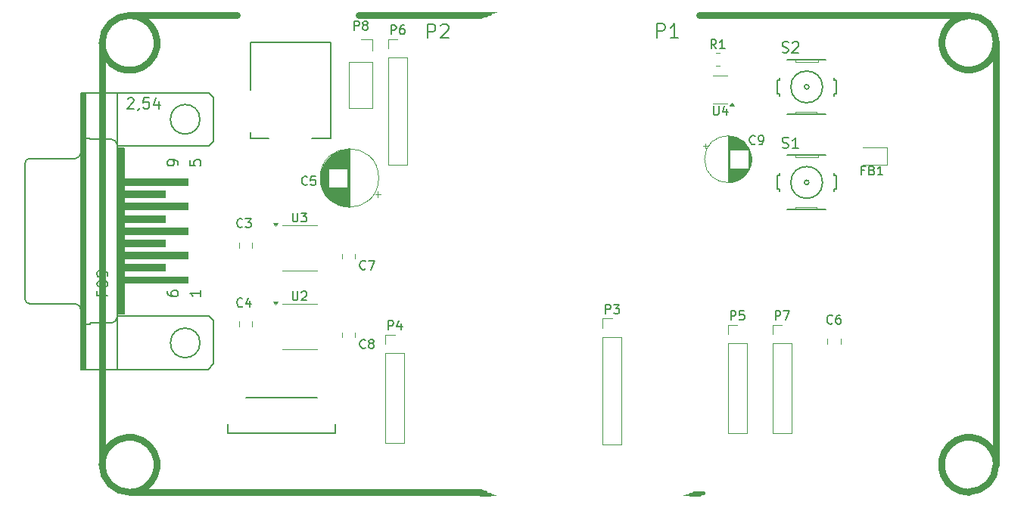
<source format=gbr>
%TF.GenerationSoftware,KiCad,Pcbnew,9.0.0*%
%TF.CreationDate,2025-04-09T14:41:31-04:00*%
%TF.ProjectId,PocketBeagle2_cape,506f636b-6574-4426-9561-676c65325f63,rev?*%
%TF.SameCoordinates,Original*%
%TF.FileFunction,Legend,Top*%
%TF.FilePolarity,Positive*%
%FSLAX46Y46*%
G04 Gerber Fmt 4.6, Leading zero omitted, Abs format (unit mm)*
G04 Created by KiCad (PCBNEW 9.0.0) date 2025-04-09 14:41:31*
%MOMM*%
%LPD*%
G01*
G04 APERTURE LIST*
%ADD10C,0.100000*%
%ADD11C,0.800000*%
%ADD12C,0.400000*%
%ADD13C,0.200000*%
%ADD14C,0.150000*%
%ADD15C,0.127000*%
%ADD16C,0.198120*%
%ADD17C,0.120000*%
%ADD18C,0.152400*%
%ADD19C,0.000000*%
%ADD20C,0.203200*%
%ADD21C,0.050800*%
G04 APERTURE END LIST*
D10*
X159251100Y-132058600D02*
X158981100Y-132058600D01*
D11*
X190901100Y-78298600D02*
X160751100Y-78298600D01*
D12*
X159741100Y-131908600D02*
X160721100Y-131908600D01*
D11*
X97001100Y-78298600D02*
G75*
G02*
X93921100Y-81378600I0J-3080000D01*
G01*
D12*
X160171100Y-131738600D02*
X161151100Y-131738600D01*
X135811100Y-131718600D02*
X136791100Y-131718600D01*
D11*
X193921100Y-81378600D02*
G75*
G02*
X190901100Y-78358600I-3020000J0D01*
G01*
D12*
X135791100Y-78268600D02*
X136851100Y-78268600D01*
D13*
X159821100Y-132008600D02*
X159191100Y-132008600D01*
D12*
X136191100Y-78098600D02*
X137251100Y-78098600D01*
D13*
X137261100Y-77998600D02*
X137811100Y-77998600D01*
D11*
X93921100Y-128628600D02*
G75*
G02*
X97001100Y-131708600I3080000J0D01*
G01*
X109041100Y-78298600D02*
X97001100Y-78298600D01*
D10*
X137781100Y-132058600D02*
X138001100Y-132058600D01*
D11*
X190901100Y-131708600D02*
X190901100Y-131708600D01*
X193921100Y-128628600D02*
X193921100Y-81378600D01*
D10*
X137771100Y-77948600D02*
X138021100Y-77948600D01*
D11*
X93921100Y-81378600D02*
G75*
G02*
X97001100Y-78298600I3080000J0D01*
G01*
X93921100Y-81378600D02*
X93921100Y-128628600D01*
D12*
X136271100Y-131908600D02*
X137251100Y-131908600D01*
D11*
X190901100Y-78298600D02*
G75*
G02*
X193981100Y-81378600I0J-3080000D01*
G01*
X190901100Y-131708600D02*
G75*
G02*
X193981100Y-128628600I0J3080000D01*
G01*
D13*
X137201100Y-132008600D02*
X137811100Y-132008600D01*
D11*
X136251100Y-78298600D02*
X122651100Y-78298600D01*
X193921100Y-128628600D02*
G75*
G02*
X190901100Y-131648600I-3020000J0D01*
G01*
X97001100Y-131708600D02*
X136251100Y-131708600D01*
X97001100Y-131708600D02*
G75*
G02*
X93921100Y-128628600I0J3080000D01*
G01*
D14*
X175633333Y-112759580D02*
X175585714Y-112807200D01*
X175585714Y-112807200D02*
X175442857Y-112854819D01*
X175442857Y-112854819D02*
X175347619Y-112854819D01*
X175347619Y-112854819D02*
X175204762Y-112807200D01*
X175204762Y-112807200D02*
X175109524Y-112711961D01*
X175109524Y-112711961D02*
X175061905Y-112616723D01*
X175061905Y-112616723D02*
X175014286Y-112426247D01*
X175014286Y-112426247D02*
X175014286Y-112283390D01*
X175014286Y-112283390D02*
X175061905Y-112092914D01*
X175061905Y-112092914D02*
X175109524Y-111997676D01*
X175109524Y-111997676D02*
X175204762Y-111902438D01*
X175204762Y-111902438D02*
X175347619Y-111854819D01*
X175347619Y-111854819D02*
X175442857Y-111854819D01*
X175442857Y-111854819D02*
X175585714Y-111902438D01*
X175585714Y-111902438D02*
X175633333Y-111950057D01*
X176490476Y-111854819D02*
X176300000Y-111854819D01*
X176300000Y-111854819D02*
X176204762Y-111902438D01*
X176204762Y-111902438D02*
X176157143Y-111950057D01*
X176157143Y-111950057D02*
X176061905Y-112092914D01*
X176061905Y-112092914D02*
X176014286Y-112283390D01*
X176014286Y-112283390D02*
X176014286Y-112664342D01*
X176014286Y-112664342D02*
X176061905Y-112759580D01*
X176061905Y-112759580D02*
X176109524Y-112807200D01*
X176109524Y-112807200D02*
X176204762Y-112854819D01*
X176204762Y-112854819D02*
X176395238Y-112854819D01*
X176395238Y-112854819D02*
X176490476Y-112807200D01*
X176490476Y-112807200D02*
X176538095Y-112759580D01*
X176538095Y-112759580D02*
X176585714Y-112664342D01*
X176585714Y-112664342D02*
X176585714Y-112426247D01*
X176585714Y-112426247D02*
X176538095Y-112331009D01*
X176538095Y-112331009D02*
X176490476Y-112283390D01*
X176490476Y-112283390D02*
X176395238Y-112235771D01*
X176395238Y-112235771D02*
X176204762Y-112235771D01*
X176204762Y-112235771D02*
X176109524Y-112283390D01*
X176109524Y-112283390D02*
X176061905Y-112331009D01*
X176061905Y-112331009D02*
X176014286Y-112426247D01*
X122136905Y-79959819D02*
X122136905Y-78959819D01*
X122136905Y-78959819D02*
X122517857Y-78959819D01*
X122517857Y-78959819D02*
X122613095Y-79007438D01*
X122613095Y-79007438D02*
X122660714Y-79055057D01*
X122660714Y-79055057D02*
X122708333Y-79150295D01*
X122708333Y-79150295D02*
X122708333Y-79293152D01*
X122708333Y-79293152D02*
X122660714Y-79388390D01*
X122660714Y-79388390D02*
X122613095Y-79436009D01*
X122613095Y-79436009D02*
X122517857Y-79483628D01*
X122517857Y-79483628D02*
X122136905Y-79483628D01*
X123279762Y-79388390D02*
X123184524Y-79340771D01*
X123184524Y-79340771D02*
X123136905Y-79293152D01*
X123136905Y-79293152D02*
X123089286Y-79197914D01*
X123089286Y-79197914D02*
X123089286Y-79150295D01*
X123089286Y-79150295D02*
X123136905Y-79055057D01*
X123136905Y-79055057D02*
X123184524Y-79007438D01*
X123184524Y-79007438D02*
X123279762Y-78959819D01*
X123279762Y-78959819D02*
X123470238Y-78959819D01*
X123470238Y-78959819D02*
X123565476Y-79007438D01*
X123565476Y-79007438D02*
X123613095Y-79055057D01*
X123613095Y-79055057D02*
X123660714Y-79150295D01*
X123660714Y-79150295D02*
X123660714Y-79197914D01*
X123660714Y-79197914D02*
X123613095Y-79293152D01*
X123613095Y-79293152D02*
X123565476Y-79340771D01*
X123565476Y-79340771D02*
X123470238Y-79388390D01*
X123470238Y-79388390D02*
X123279762Y-79388390D01*
X123279762Y-79388390D02*
X123184524Y-79436009D01*
X123184524Y-79436009D02*
X123136905Y-79483628D01*
X123136905Y-79483628D02*
X123089286Y-79578866D01*
X123089286Y-79578866D02*
X123089286Y-79769342D01*
X123089286Y-79769342D02*
X123136905Y-79864580D01*
X123136905Y-79864580D02*
X123184524Y-79912200D01*
X123184524Y-79912200D02*
X123279762Y-79959819D01*
X123279762Y-79959819D02*
X123470238Y-79959819D01*
X123470238Y-79959819D02*
X123565476Y-79912200D01*
X123565476Y-79912200D02*
X123613095Y-79864580D01*
X123613095Y-79864580D02*
X123660714Y-79769342D01*
X123660714Y-79769342D02*
X123660714Y-79578866D01*
X123660714Y-79578866D02*
X123613095Y-79483628D01*
X123613095Y-79483628D02*
X123565476Y-79436009D01*
X123565476Y-79436009D02*
X123470238Y-79388390D01*
X115238095Y-109204819D02*
X115238095Y-110014342D01*
X115238095Y-110014342D02*
X115285714Y-110109580D01*
X115285714Y-110109580D02*
X115333333Y-110157200D01*
X115333333Y-110157200D02*
X115428571Y-110204819D01*
X115428571Y-110204819D02*
X115619047Y-110204819D01*
X115619047Y-110204819D02*
X115714285Y-110157200D01*
X115714285Y-110157200D02*
X115761904Y-110109580D01*
X115761904Y-110109580D02*
X115809523Y-110014342D01*
X115809523Y-110014342D02*
X115809523Y-109204819D01*
X116238095Y-109300057D02*
X116285714Y-109252438D01*
X116285714Y-109252438D02*
X116380952Y-109204819D01*
X116380952Y-109204819D02*
X116619047Y-109204819D01*
X116619047Y-109204819D02*
X116714285Y-109252438D01*
X116714285Y-109252438D02*
X116761904Y-109300057D01*
X116761904Y-109300057D02*
X116809523Y-109395295D01*
X116809523Y-109395295D02*
X116809523Y-109490533D01*
X116809523Y-109490533D02*
X116761904Y-109633390D01*
X116761904Y-109633390D02*
X116190476Y-110204819D01*
X116190476Y-110204819D02*
X116809523Y-110204819D01*
D15*
X104971843Y-109067209D02*
X104971843Y-109756638D01*
X104971843Y-109411924D02*
X103765343Y-109411924D01*
X103765343Y-109411924D02*
X103937700Y-109526828D01*
X103937700Y-109526828D02*
X104052605Y-109641733D01*
X104052605Y-109641733D02*
X104110057Y-109756638D01*
X93925867Y-109297019D02*
X93925867Y-109699186D01*
X94557843Y-109699186D02*
X93351343Y-109699186D01*
X93351343Y-109699186D02*
X93351343Y-109124662D01*
X93351343Y-108435233D02*
X93351343Y-108320328D01*
X93351343Y-108320328D02*
X93408795Y-108205424D01*
X93408795Y-108205424D02*
X93466248Y-108147971D01*
X93466248Y-108147971D02*
X93581152Y-108090519D01*
X93581152Y-108090519D02*
X93810962Y-108033066D01*
X93810962Y-108033066D02*
X94098224Y-108033066D01*
X94098224Y-108033066D02*
X94328033Y-108090519D01*
X94328033Y-108090519D02*
X94442938Y-108147971D01*
X94442938Y-108147971D02*
X94500391Y-108205424D01*
X94500391Y-108205424D02*
X94557843Y-108320328D01*
X94557843Y-108320328D02*
X94557843Y-108435233D01*
X94557843Y-108435233D02*
X94500391Y-108550138D01*
X94500391Y-108550138D02*
X94442938Y-108607590D01*
X94442938Y-108607590D02*
X94328033Y-108665043D01*
X94328033Y-108665043D02*
X94098224Y-108722495D01*
X94098224Y-108722495D02*
X93810962Y-108722495D01*
X93810962Y-108722495D02*
X93581152Y-108665043D01*
X93581152Y-108665043D02*
X93466248Y-108607590D01*
X93466248Y-108607590D02*
X93408795Y-108550138D01*
X93408795Y-108550138D02*
X93351343Y-108435233D01*
X94557843Y-107458542D02*
X94557843Y-107228733D01*
X94557843Y-107228733D02*
X94500391Y-107113828D01*
X94500391Y-107113828D02*
X94442938Y-107056376D01*
X94442938Y-107056376D02*
X94270581Y-106941471D01*
X94270581Y-106941471D02*
X94040771Y-106884018D01*
X94040771Y-106884018D02*
X93581152Y-106884018D01*
X93581152Y-106884018D02*
X93466248Y-106941471D01*
X93466248Y-106941471D02*
X93408795Y-106998923D01*
X93408795Y-106998923D02*
X93351343Y-107113828D01*
X93351343Y-107113828D02*
X93351343Y-107343637D01*
X93351343Y-107343637D02*
X93408795Y-107458542D01*
X93408795Y-107458542D02*
X93466248Y-107515995D01*
X93466248Y-107515995D02*
X93581152Y-107573447D01*
X93581152Y-107573447D02*
X93868414Y-107573447D01*
X93868414Y-107573447D02*
X93983319Y-107515995D01*
X93983319Y-107515995D02*
X94040771Y-107458542D01*
X94040771Y-107458542D02*
X94098224Y-107343637D01*
X94098224Y-107343637D02*
X94098224Y-107113828D01*
X94098224Y-107113828D02*
X94040771Y-106998923D01*
X94040771Y-106998923D02*
X93983319Y-106941471D01*
X93983319Y-106941471D02*
X93868414Y-106884018D01*
X96805689Y-87629753D02*
X96863141Y-87572300D01*
X96863141Y-87572300D02*
X96978046Y-87514848D01*
X96978046Y-87514848D02*
X97265308Y-87514848D01*
X97265308Y-87514848D02*
X97380213Y-87572300D01*
X97380213Y-87572300D02*
X97437665Y-87629753D01*
X97437665Y-87629753D02*
X97495118Y-87744657D01*
X97495118Y-87744657D02*
X97495118Y-87859562D01*
X97495118Y-87859562D02*
X97437665Y-88031919D01*
X97437665Y-88031919D02*
X96748237Y-88721348D01*
X96748237Y-88721348D02*
X97495118Y-88721348D01*
X98069642Y-88663896D02*
X98069642Y-88721348D01*
X98069642Y-88721348D02*
X98012189Y-88836253D01*
X98012189Y-88836253D02*
X97954737Y-88893705D01*
X99161237Y-87514848D02*
X98586713Y-87514848D01*
X98586713Y-87514848D02*
X98529261Y-88089372D01*
X98529261Y-88089372D02*
X98586713Y-88031919D01*
X98586713Y-88031919D02*
X98701618Y-87974467D01*
X98701618Y-87974467D02*
X98988880Y-87974467D01*
X98988880Y-87974467D02*
X99103785Y-88031919D01*
X99103785Y-88031919D02*
X99161237Y-88089372D01*
X99161237Y-88089372D02*
X99218690Y-88204276D01*
X99218690Y-88204276D02*
X99218690Y-88491538D01*
X99218690Y-88491538D02*
X99161237Y-88606443D01*
X99161237Y-88606443D02*
X99103785Y-88663896D01*
X99103785Y-88663896D02*
X98988880Y-88721348D01*
X98988880Y-88721348D02*
X98701618Y-88721348D01*
X98701618Y-88721348D02*
X98586713Y-88663896D01*
X98586713Y-88663896D02*
X98529261Y-88606443D01*
X100252833Y-87917015D02*
X100252833Y-88721348D01*
X99965571Y-87457396D02*
X99678309Y-88319181D01*
X99678309Y-88319181D02*
X100425190Y-88319181D01*
X103765343Y-94519662D02*
X103765343Y-95094186D01*
X103765343Y-95094186D02*
X104339867Y-95151638D01*
X104339867Y-95151638D02*
X104282414Y-95094186D01*
X104282414Y-95094186D02*
X104224962Y-94979281D01*
X104224962Y-94979281D02*
X104224962Y-94692019D01*
X104224962Y-94692019D02*
X104282414Y-94577114D01*
X104282414Y-94577114D02*
X104339867Y-94519662D01*
X104339867Y-94519662D02*
X104454771Y-94462209D01*
X104454771Y-94462209D02*
X104742033Y-94462209D01*
X104742033Y-94462209D02*
X104856938Y-94519662D01*
X104856938Y-94519662D02*
X104914391Y-94577114D01*
X104914391Y-94577114D02*
X104971843Y-94692019D01*
X104971843Y-94692019D02*
X104971843Y-94979281D01*
X104971843Y-94979281D02*
X104914391Y-95094186D01*
X104914391Y-95094186D02*
X104856938Y-95151638D01*
X101225343Y-109182114D02*
X101225343Y-109411924D01*
X101225343Y-109411924D02*
X101282795Y-109526828D01*
X101282795Y-109526828D02*
X101340248Y-109584281D01*
X101340248Y-109584281D02*
X101512605Y-109699186D01*
X101512605Y-109699186D02*
X101742414Y-109756638D01*
X101742414Y-109756638D02*
X102202033Y-109756638D01*
X102202033Y-109756638D02*
X102316938Y-109699186D01*
X102316938Y-109699186D02*
X102374391Y-109641733D01*
X102374391Y-109641733D02*
X102431843Y-109526828D01*
X102431843Y-109526828D02*
X102431843Y-109297019D01*
X102431843Y-109297019D02*
X102374391Y-109182114D01*
X102374391Y-109182114D02*
X102316938Y-109124662D01*
X102316938Y-109124662D02*
X102202033Y-109067209D01*
X102202033Y-109067209D02*
X101914771Y-109067209D01*
X101914771Y-109067209D02*
X101799867Y-109124662D01*
X101799867Y-109124662D02*
X101742414Y-109182114D01*
X101742414Y-109182114D02*
X101684962Y-109297019D01*
X101684962Y-109297019D02*
X101684962Y-109526828D01*
X101684962Y-109526828D02*
X101742414Y-109641733D01*
X101742414Y-109641733D02*
X101799867Y-109699186D01*
X101799867Y-109699186D02*
X101914771Y-109756638D01*
X102431843Y-95036733D02*
X102431843Y-94806924D01*
X102431843Y-94806924D02*
X102374391Y-94692019D01*
X102374391Y-94692019D02*
X102316938Y-94634567D01*
X102316938Y-94634567D02*
X102144581Y-94519662D01*
X102144581Y-94519662D02*
X101914771Y-94462209D01*
X101914771Y-94462209D02*
X101455152Y-94462209D01*
X101455152Y-94462209D02*
X101340248Y-94519662D01*
X101340248Y-94519662D02*
X101282795Y-94577114D01*
X101282795Y-94577114D02*
X101225343Y-94692019D01*
X101225343Y-94692019D02*
X101225343Y-94921828D01*
X101225343Y-94921828D02*
X101282795Y-95036733D01*
X101282795Y-95036733D02*
X101340248Y-95094186D01*
X101340248Y-95094186D02*
X101455152Y-95151638D01*
X101455152Y-95151638D02*
X101742414Y-95151638D01*
X101742414Y-95151638D02*
X101857319Y-95094186D01*
X101857319Y-95094186D02*
X101914771Y-95036733D01*
X101914771Y-95036733D02*
X101972224Y-94921828D01*
X101972224Y-94921828D02*
X101972224Y-94692019D01*
X101972224Y-94692019D02*
X101914771Y-94577114D01*
X101914771Y-94577114D02*
X101857319Y-94519662D01*
X101857319Y-94519662D02*
X101742414Y-94462209D01*
D14*
X150261905Y-111694819D02*
X150261905Y-110694819D01*
X150261905Y-110694819D02*
X150642857Y-110694819D01*
X150642857Y-110694819D02*
X150738095Y-110742438D01*
X150738095Y-110742438D02*
X150785714Y-110790057D01*
X150785714Y-110790057D02*
X150833333Y-110885295D01*
X150833333Y-110885295D02*
X150833333Y-111028152D01*
X150833333Y-111028152D02*
X150785714Y-111123390D01*
X150785714Y-111123390D02*
X150738095Y-111171009D01*
X150738095Y-111171009D02*
X150642857Y-111218628D01*
X150642857Y-111218628D02*
X150261905Y-111218628D01*
X151166667Y-110694819D02*
X151785714Y-110694819D01*
X151785714Y-110694819D02*
X151452381Y-111075771D01*
X151452381Y-111075771D02*
X151595238Y-111075771D01*
X151595238Y-111075771D02*
X151690476Y-111123390D01*
X151690476Y-111123390D02*
X151738095Y-111171009D01*
X151738095Y-111171009D02*
X151785714Y-111266247D01*
X151785714Y-111266247D02*
X151785714Y-111504342D01*
X151785714Y-111504342D02*
X151738095Y-111599580D01*
X151738095Y-111599580D02*
X151690476Y-111647200D01*
X151690476Y-111647200D02*
X151595238Y-111694819D01*
X151595238Y-111694819D02*
X151309524Y-111694819D01*
X151309524Y-111694819D02*
X151214286Y-111647200D01*
X151214286Y-111647200D02*
X151166667Y-111599580D01*
D15*
X170015361Y-93105291D02*
X170187718Y-93162743D01*
X170187718Y-93162743D02*
X170474980Y-93162743D01*
X170474980Y-93162743D02*
X170589885Y-93105291D01*
X170589885Y-93105291D02*
X170647337Y-93047838D01*
X170647337Y-93047838D02*
X170704790Y-92932933D01*
X170704790Y-92932933D02*
X170704790Y-92818029D01*
X170704790Y-92818029D02*
X170647337Y-92703124D01*
X170647337Y-92703124D02*
X170589885Y-92645671D01*
X170589885Y-92645671D02*
X170474980Y-92588219D01*
X170474980Y-92588219D02*
X170245171Y-92530767D01*
X170245171Y-92530767D02*
X170130266Y-92473314D01*
X170130266Y-92473314D02*
X170072813Y-92415862D01*
X170072813Y-92415862D02*
X170015361Y-92300957D01*
X170015361Y-92300957D02*
X170015361Y-92186052D01*
X170015361Y-92186052D02*
X170072813Y-92071148D01*
X170072813Y-92071148D02*
X170130266Y-92013695D01*
X170130266Y-92013695D02*
X170245171Y-91956243D01*
X170245171Y-91956243D02*
X170532432Y-91956243D01*
X170532432Y-91956243D02*
X170704790Y-92013695D01*
X171853838Y-93162743D02*
X171164409Y-93162743D01*
X171509123Y-93162743D02*
X171509123Y-91956243D01*
X171509123Y-91956243D02*
X171394219Y-92128600D01*
X171394219Y-92128600D02*
X171279314Y-92243505D01*
X171279314Y-92243505D02*
X171164409Y-92300957D01*
D14*
X169261905Y-112394819D02*
X169261905Y-111394819D01*
X169261905Y-111394819D02*
X169642857Y-111394819D01*
X169642857Y-111394819D02*
X169738095Y-111442438D01*
X169738095Y-111442438D02*
X169785714Y-111490057D01*
X169785714Y-111490057D02*
X169833333Y-111585295D01*
X169833333Y-111585295D02*
X169833333Y-111728152D01*
X169833333Y-111728152D02*
X169785714Y-111823390D01*
X169785714Y-111823390D02*
X169738095Y-111871009D01*
X169738095Y-111871009D02*
X169642857Y-111918628D01*
X169642857Y-111918628D02*
X169261905Y-111918628D01*
X170166667Y-111394819D02*
X170833333Y-111394819D01*
X170833333Y-111394819D02*
X170404762Y-112394819D01*
X116883333Y-97209580D02*
X116835714Y-97257200D01*
X116835714Y-97257200D02*
X116692857Y-97304819D01*
X116692857Y-97304819D02*
X116597619Y-97304819D01*
X116597619Y-97304819D02*
X116454762Y-97257200D01*
X116454762Y-97257200D02*
X116359524Y-97161961D01*
X116359524Y-97161961D02*
X116311905Y-97066723D01*
X116311905Y-97066723D02*
X116264286Y-96876247D01*
X116264286Y-96876247D02*
X116264286Y-96733390D01*
X116264286Y-96733390D02*
X116311905Y-96542914D01*
X116311905Y-96542914D02*
X116359524Y-96447676D01*
X116359524Y-96447676D02*
X116454762Y-96352438D01*
X116454762Y-96352438D02*
X116597619Y-96304819D01*
X116597619Y-96304819D02*
X116692857Y-96304819D01*
X116692857Y-96304819D02*
X116835714Y-96352438D01*
X116835714Y-96352438D02*
X116883333Y-96400057D01*
X117788095Y-96304819D02*
X117311905Y-96304819D01*
X117311905Y-96304819D02*
X117264286Y-96781009D01*
X117264286Y-96781009D02*
X117311905Y-96733390D01*
X117311905Y-96733390D02*
X117407143Y-96685771D01*
X117407143Y-96685771D02*
X117645238Y-96685771D01*
X117645238Y-96685771D02*
X117740476Y-96733390D01*
X117740476Y-96733390D02*
X117788095Y-96781009D01*
X117788095Y-96781009D02*
X117835714Y-96876247D01*
X117835714Y-96876247D02*
X117835714Y-97114342D01*
X117835714Y-97114342D02*
X117788095Y-97209580D01*
X117788095Y-97209580D02*
X117740476Y-97257200D01*
X117740476Y-97257200D02*
X117645238Y-97304819D01*
X117645238Y-97304819D02*
X117407143Y-97304819D01*
X117407143Y-97304819D02*
X117311905Y-97257200D01*
X117311905Y-97257200D02*
X117264286Y-97209580D01*
X109633333Y-110859580D02*
X109585714Y-110907200D01*
X109585714Y-110907200D02*
X109442857Y-110954819D01*
X109442857Y-110954819D02*
X109347619Y-110954819D01*
X109347619Y-110954819D02*
X109204762Y-110907200D01*
X109204762Y-110907200D02*
X109109524Y-110811961D01*
X109109524Y-110811961D02*
X109061905Y-110716723D01*
X109061905Y-110716723D02*
X109014286Y-110526247D01*
X109014286Y-110526247D02*
X109014286Y-110383390D01*
X109014286Y-110383390D02*
X109061905Y-110192914D01*
X109061905Y-110192914D02*
X109109524Y-110097676D01*
X109109524Y-110097676D02*
X109204762Y-110002438D01*
X109204762Y-110002438D02*
X109347619Y-109954819D01*
X109347619Y-109954819D02*
X109442857Y-109954819D01*
X109442857Y-109954819D02*
X109585714Y-110002438D01*
X109585714Y-110002438D02*
X109633333Y-110050057D01*
X110490476Y-110288152D02*
X110490476Y-110954819D01*
X110252381Y-109907200D02*
X110014286Y-110621485D01*
X110014286Y-110621485D02*
X110633333Y-110621485D01*
X162633333Y-82004819D02*
X162300000Y-81528628D01*
X162061905Y-82004819D02*
X162061905Y-81004819D01*
X162061905Y-81004819D02*
X162442857Y-81004819D01*
X162442857Y-81004819D02*
X162538095Y-81052438D01*
X162538095Y-81052438D02*
X162585714Y-81100057D01*
X162585714Y-81100057D02*
X162633333Y-81195295D01*
X162633333Y-81195295D02*
X162633333Y-81338152D01*
X162633333Y-81338152D02*
X162585714Y-81433390D01*
X162585714Y-81433390D02*
X162538095Y-81481009D01*
X162538095Y-81481009D02*
X162442857Y-81528628D01*
X162442857Y-81528628D02*
X162061905Y-81528628D01*
X163585714Y-82004819D02*
X163014286Y-82004819D01*
X163300000Y-82004819D02*
X163300000Y-81004819D01*
X163300000Y-81004819D02*
X163204762Y-81147676D01*
X163204762Y-81147676D02*
X163109524Y-81242914D01*
X163109524Y-81242914D02*
X163014286Y-81290533D01*
X123383333Y-106659580D02*
X123335714Y-106707200D01*
X123335714Y-106707200D02*
X123192857Y-106754819D01*
X123192857Y-106754819D02*
X123097619Y-106754819D01*
X123097619Y-106754819D02*
X122954762Y-106707200D01*
X122954762Y-106707200D02*
X122859524Y-106611961D01*
X122859524Y-106611961D02*
X122811905Y-106516723D01*
X122811905Y-106516723D02*
X122764286Y-106326247D01*
X122764286Y-106326247D02*
X122764286Y-106183390D01*
X122764286Y-106183390D02*
X122811905Y-105992914D01*
X122811905Y-105992914D02*
X122859524Y-105897676D01*
X122859524Y-105897676D02*
X122954762Y-105802438D01*
X122954762Y-105802438D02*
X123097619Y-105754819D01*
X123097619Y-105754819D02*
X123192857Y-105754819D01*
X123192857Y-105754819D02*
X123335714Y-105802438D01*
X123335714Y-105802438D02*
X123383333Y-105850057D01*
X123716667Y-105754819D02*
X124383333Y-105754819D01*
X124383333Y-105754819D02*
X123954762Y-106754819D01*
X115238095Y-100404819D02*
X115238095Y-101214342D01*
X115238095Y-101214342D02*
X115285714Y-101309580D01*
X115285714Y-101309580D02*
X115333333Y-101357200D01*
X115333333Y-101357200D02*
X115428571Y-101404819D01*
X115428571Y-101404819D02*
X115619047Y-101404819D01*
X115619047Y-101404819D02*
X115714285Y-101357200D01*
X115714285Y-101357200D02*
X115761904Y-101309580D01*
X115761904Y-101309580D02*
X115809523Y-101214342D01*
X115809523Y-101214342D02*
X115809523Y-100404819D01*
X116190476Y-100404819D02*
X116809523Y-100404819D01*
X116809523Y-100404819D02*
X116476190Y-100785771D01*
X116476190Y-100785771D02*
X116619047Y-100785771D01*
X116619047Y-100785771D02*
X116714285Y-100833390D01*
X116714285Y-100833390D02*
X116761904Y-100881009D01*
X116761904Y-100881009D02*
X116809523Y-100976247D01*
X116809523Y-100976247D02*
X116809523Y-101214342D01*
X116809523Y-101214342D02*
X116761904Y-101309580D01*
X116761904Y-101309580D02*
X116714285Y-101357200D01*
X116714285Y-101357200D02*
X116619047Y-101404819D01*
X116619047Y-101404819D02*
X116333333Y-101404819D01*
X116333333Y-101404819D02*
X116238095Y-101357200D01*
X116238095Y-101357200D02*
X116190476Y-101309580D01*
X109633333Y-101959580D02*
X109585714Y-102007200D01*
X109585714Y-102007200D02*
X109442857Y-102054819D01*
X109442857Y-102054819D02*
X109347619Y-102054819D01*
X109347619Y-102054819D02*
X109204762Y-102007200D01*
X109204762Y-102007200D02*
X109109524Y-101911961D01*
X109109524Y-101911961D02*
X109061905Y-101816723D01*
X109061905Y-101816723D02*
X109014286Y-101626247D01*
X109014286Y-101626247D02*
X109014286Y-101483390D01*
X109014286Y-101483390D02*
X109061905Y-101292914D01*
X109061905Y-101292914D02*
X109109524Y-101197676D01*
X109109524Y-101197676D02*
X109204762Y-101102438D01*
X109204762Y-101102438D02*
X109347619Y-101054819D01*
X109347619Y-101054819D02*
X109442857Y-101054819D01*
X109442857Y-101054819D02*
X109585714Y-101102438D01*
X109585714Y-101102438D02*
X109633333Y-101150057D01*
X109966667Y-101054819D02*
X110585714Y-101054819D01*
X110585714Y-101054819D02*
X110252381Y-101435771D01*
X110252381Y-101435771D02*
X110395238Y-101435771D01*
X110395238Y-101435771D02*
X110490476Y-101483390D01*
X110490476Y-101483390D02*
X110538095Y-101531009D01*
X110538095Y-101531009D02*
X110585714Y-101626247D01*
X110585714Y-101626247D02*
X110585714Y-101864342D01*
X110585714Y-101864342D02*
X110538095Y-101959580D01*
X110538095Y-101959580D02*
X110490476Y-102007200D01*
X110490476Y-102007200D02*
X110395238Y-102054819D01*
X110395238Y-102054819D02*
X110109524Y-102054819D01*
X110109524Y-102054819D02*
X110014286Y-102007200D01*
X110014286Y-102007200D02*
X109966667Y-101959580D01*
X125961905Y-113494819D02*
X125961905Y-112494819D01*
X125961905Y-112494819D02*
X126342857Y-112494819D01*
X126342857Y-112494819D02*
X126438095Y-112542438D01*
X126438095Y-112542438D02*
X126485714Y-112590057D01*
X126485714Y-112590057D02*
X126533333Y-112685295D01*
X126533333Y-112685295D02*
X126533333Y-112828152D01*
X126533333Y-112828152D02*
X126485714Y-112923390D01*
X126485714Y-112923390D02*
X126438095Y-112971009D01*
X126438095Y-112971009D02*
X126342857Y-113018628D01*
X126342857Y-113018628D02*
X125961905Y-113018628D01*
X127390476Y-112828152D02*
X127390476Y-113494819D01*
X127152381Y-112447200D02*
X126914286Y-113161485D01*
X126914286Y-113161485D02*
X127533333Y-113161485D01*
X164261905Y-112394819D02*
X164261905Y-111394819D01*
X164261905Y-111394819D02*
X164642857Y-111394819D01*
X164642857Y-111394819D02*
X164738095Y-111442438D01*
X164738095Y-111442438D02*
X164785714Y-111490057D01*
X164785714Y-111490057D02*
X164833333Y-111585295D01*
X164833333Y-111585295D02*
X164833333Y-111728152D01*
X164833333Y-111728152D02*
X164785714Y-111823390D01*
X164785714Y-111823390D02*
X164738095Y-111871009D01*
X164738095Y-111871009D02*
X164642857Y-111918628D01*
X164642857Y-111918628D02*
X164261905Y-111918628D01*
X165738095Y-111394819D02*
X165261905Y-111394819D01*
X165261905Y-111394819D02*
X165214286Y-111871009D01*
X165214286Y-111871009D02*
X165261905Y-111823390D01*
X165261905Y-111823390D02*
X165357143Y-111775771D01*
X165357143Y-111775771D02*
X165595238Y-111775771D01*
X165595238Y-111775771D02*
X165690476Y-111823390D01*
X165690476Y-111823390D02*
X165738095Y-111871009D01*
X165738095Y-111871009D02*
X165785714Y-111966247D01*
X165785714Y-111966247D02*
X165785714Y-112204342D01*
X165785714Y-112204342D02*
X165738095Y-112299580D01*
X165738095Y-112299580D02*
X165690476Y-112347200D01*
X165690476Y-112347200D02*
X165595238Y-112394819D01*
X165595238Y-112394819D02*
X165357143Y-112394819D01*
X165357143Y-112394819D02*
X165261905Y-112347200D01*
X165261905Y-112347200D02*
X165214286Y-112299580D01*
X166983333Y-92659580D02*
X166935714Y-92707200D01*
X166935714Y-92707200D02*
X166792857Y-92754819D01*
X166792857Y-92754819D02*
X166697619Y-92754819D01*
X166697619Y-92754819D02*
X166554762Y-92707200D01*
X166554762Y-92707200D02*
X166459524Y-92611961D01*
X166459524Y-92611961D02*
X166411905Y-92516723D01*
X166411905Y-92516723D02*
X166364286Y-92326247D01*
X166364286Y-92326247D02*
X166364286Y-92183390D01*
X166364286Y-92183390D02*
X166411905Y-91992914D01*
X166411905Y-91992914D02*
X166459524Y-91897676D01*
X166459524Y-91897676D02*
X166554762Y-91802438D01*
X166554762Y-91802438D02*
X166697619Y-91754819D01*
X166697619Y-91754819D02*
X166792857Y-91754819D01*
X166792857Y-91754819D02*
X166935714Y-91802438D01*
X166935714Y-91802438D02*
X166983333Y-91850057D01*
X167459524Y-92754819D02*
X167650000Y-92754819D01*
X167650000Y-92754819D02*
X167745238Y-92707200D01*
X167745238Y-92707200D02*
X167792857Y-92659580D01*
X167792857Y-92659580D02*
X167888095Y-92516723D01*
X167888095Y-92516723D02*
X167935714Y-92326247D01*
X167935714Y-92326247D02*
X167935714Y-91945295D01*
X167935714Y-91945295D02*
X167888095Y-91850057D01*
X167888095Y-91850057D02*
X167840476Y-91802438D01*
X167840476Y-91802438D02*
X167745238Y-91754819D01*
X167745238Y-91754819D02*
X167554762Y-91754819D01*
X167554762Y-91754819D02*
X167459524Y-91802438D01*
X167459524Y-91802438D02*
X167411905Y-91850057D01*
X167411905Y-91850057D02*
X167364286Y-91945295D01*
X167364286Y-91945295D02*
X167364286Y-92183390D01*
X167364286Y-92183390D02*
X167411905Y-92278628D01*
X167411905Y-92278628D02*
X167459524Y-92326247D01*
X167459524Y-92326247D02*
X167554762Y-92373866D01*
X167554762Y-92373866D02*
X167745238Y-92373866D01*
X167745238Y-92373866D02*
X167840476Y-92326247D01*
X167840476Y-92326247D02*
X167888095Y-92278628D01*
X167888095Y-92278628D02*
X167935714Y-92183390D01*
X162338095Y-88454819D02*
X162338095Y-89264342D01*
X162338095Y-89264342D02*
X162385714Y-89359580D01*
X162385714Y-89359580D02*
X162433333Y-89407200D01*
X162433333Y-89407200D02*
X162528571Y-89454819D01*
X162528571Y-89454819D02*
X162719047Y-89454819D01*
X162719047Y-89454819D02*
X162814285Y-89407200D01*
X162814285Y-89407200D02*
X162861904Y-89359580D01*
X162861904Y-89359580D02*
X162909523Y-89264342D01*
X162909523Y-89264342D02*
X162909523Y-88454819D01*
X163814285Y-88788152D02*
X163814285Y-89454819D01*
X163576190Y-88407200D02*
X163338095Y-89121485D01*
X163338095Y-89121485D02*
X163957142Y-89121485D01*
D15*
X170015361Y-82405291D02*
X170187718Y-82462743D01*
X170187718Y-82462743D02*
X170474980Y-82462743D01*
X170474980Y-82462743D02*
X170589885Y-82405291D01*
X170589885Y-82405291D02*
X170647337Y-82347838D01*
X170647337Y-82347838D02*
X170704790Y-82232933D01*
X170704790Y-82232933D02*
X170704790Y-82118029D01*
X170704790Y-82118029D02*
X170647337Y-82003124D01*
X170647337Y-82003124D02*
X170589885Y-81945671D01*
X170589885Y-81945671D02*
X170474980Y-81888219D01*
X170474980Y-81888219D02*
X170245171Y-81830767D01*
X170245171Y-81830767D02*
X170130266Y-81773314D01*
X170130266Y-81773314D02*
X170072813Y-81715862D01*
X170072813Y-81715862D02*
X170015361Y-81600957D01*
X170015361Y-81600957D02*
X170015361Y-81486052D01*
X170015361Y-81486052D02*
X170072813Y-81371148D01*
X170072813Y-81371148D02*
X170130266Y-81313695D01*
X170130266Y-81313695D02*
X170245171Y-81256243D01*
X170245171Y-81256243D02*
X170532432Y-81256243D01*
X170532432Y-81256243D02*
X170704790Y-81313695D01*
X171164409Y-81371148D02*
X171221861Y-81313695D01*
X171221861Y-81313695D02*
X171336766Y-81256243D01*
X171336766Y-81256243D02*
X171624028Y-81256243D01*
X171624028Y-81256243D02*
X171738933Y-81313695D01*
X171738933Y-81313695D02*
X171796385Y-81371148D01*
X171796385Y-81371148D02*
X171853838Y-81486052D01*
X171853838Y-81486052D02*
X171853838Y-81600957D01*
X171853838Y-81600957D02*
X171796385Y-81773314D01*
X171796385Y-81773314D02*
X171106957Y-82462743D01*
X171106957Y-82462743D02*
X171853838Y-82462743D01*
D14*
X126261905Y-80394819D02*
X126261905Y-79394819D01*
X126261905Y-79394819D02*
X126642857Y-79394819D01*
X126642857Y-79394819D02*
X126738095Y-79442438D01*
X126738095Y-79442438D02*
X126785714Y-79490057D01*
X126785714Y-79490057D02*
X126833333Y-79585295D01*
X126833333Y-79585295D02*
X126833333Y-79728152D01*
X126833333Y-79728152D02*
X126785714Y-79823390D01*
X126785714Y-79823390D02*
X126738095Y-79871009D01*
X126738095Y-79871009D02*
X126642857Y-79918628D01*
X126642857Y-79918628D02*
X126261905Y-79918628D01*
X127690476Y-79394819D02*
X127500000Y-79394819D01*
X127500000Y-79394819D02*
X127404762Y-79442438D01*
X127404762Y-79442438D02*
X127357143Y-79490057D01*
X127357143Y-79490057D02*
X127261905Y-79632914D01*
X127261905Y-79632914D02*
X127214286Y-79823390D01*
X127214286Y-79823390D02*
X127214286Y-80204342D01*
X127214286Y-80204342D02*
X127261905Y-80299580D01*
X127261905Y-80299580D02*
X127309524Y-80347200D01*
X127309524Y-80347200D02*
X127404762Y-80394819D01*
X127404762Y-80394819D02*
X127595238Y-80394819D01*
X127595238Y-80394819D02*
X127690476Y-80347200D01*
X127690476Y-80347200D02*
X127738095Y-80299580D01*
X127738095Y-80299580D02*
X127785714Y-80204342D01*
X127785714Y-80204342D02*
X127785714Y-79966247D01*
X127785714Y-79966247D02*
X127738095Y-79871009D01*
X127738095Y-79871009D02*
X127690476Y-79823390D01*
X127690476Y-79823390D02*
X127595238Y-79775771D01*
X127595238Y-79775771D02*
X127404762Y-79775771D01*
X127404762Y-79775771D02*
X127309524Y-79823390D01*
X127309524Y-79823390D02*
X127261905Y-79871009D01*
X127261905Y-79871009D02*
X127214286Y-79966247D01*
X123383333Y-115509580D02*
X123335714Y-115557200D01*
X123335714Y-115557200D02*
X123192857Y-115604819D01*
X123192857Y-115604819D02*
X123097619Y-115604819D01*
X123097619Y-115604819D02*
X122954762Y-115557200D01*
X122954762Y-115557200D02*
X122859524Y-115461961D01*
X122859524Y-115461961D02*
X122811905Y-115366723D01*
X122811905Y-115366723D02*
X122764286Y-115176247D01*
X122764286Y-115176247D02*
X122764286Y-115033390D01*
X122764286Y-115033390D02*
X122811905Y-114842914D01*
X122811905Y-114842914D02*
X122859524Y-114747676D01*
X122859524Y-114747676D02*
X122954762Y-114652438D01*
X122954762Y-114652438D02*
X123097619Y-114604819D01*
X123097619Y-114604819D02*
X123192857Y-114604819D01*
X123192857Y-114604819D02*
X123335714Y-114652438D01*
X123335714Y-114652438D02*
X123383333Y-114700057D01*
X123954762Y-115033390D02*
X123859524Y-114985771D01*
X123859524Y-114985771D02*
X123811905Y-114938152D01*
X123811905Y-114938152D02*
X123764286Y-114842914D01*
X123764286Y-114842914D02*
X123764286Y-114795295D01*
X123764286Y-114795295D02*
X123811905Y-114700057D01*
X123811905Y-114700057D02*
X123859524Y-114652438D01*
X123859524Y-114652438D02*
X123954762Y-114604819D01*
X123954762Y-114604819D02*
X124145238Y-114604819D01*
X124145238Y-114604819D02*
X124240476Y-114652438D01*
X124240476Y-114652438D02*
X124288095Y-114700057D01*
X124288095Y-114700057D02*
X124335714Y-114795295D01*
X124335714Y-114795295D02*
X124335714Y-114842914D01*
X124335714Y-114842914D02*
X124288095Y-114938152D01*
X124288095Y-114938152D02*
X124240476Y-114985771D01*
X124240476Y-114985771D02*
X124145238Y-115033390D01*
X124145238Y-115033390D02*
X123954762Y-115033390D01*
X123954762Y-115033390D02*
X123859524Y-115081009D01*
X123859524Y-115081009D02*
X123811905Y-115128628D01*
X123811905Y-115128628D02*
X123764286Y-115223866D01*
X123764286Y-115223866D02*
X123764286Y-115414342D01*
X123764286Y-115414342D02*
X123811905Y-115509580D01*
X123811905Y-115509580D02*
X123859524Y-115557200D01*
X123859524Y-115557200D02*
X123954762Y-115604819D01*
X123954762Y-115604819D02*
X124145238Y-115604819D01*
X124145238Y-115604819D02*
X124240476Y-115557200D01*
X124240476Y-115557200D02*
X124288095Y-115509580D01*
X124288095Y-115509580D02*
X124335714Y-115414342D01*
X124335714Y-115414342D02*
X124335714Y-115223866D01*
X124335714Y-115223866D02*
X124288095Y-115128628D01*
X124288095Y-115128628D02*
X124240476Y-115081009D01*
X124240476Y-115081009D02*
X124145238Y-115033390D01*
X179216666Y-95631009D02*
X178883333Y-95631009D01*
X178883333Y-96154819D02*
X178883333Y-95154819D01*
X178883333Y-95154819D02*
X179359523Y-95154819D01*
X180073809Y-95631009D02*
X180216666Y-95678628D01*
X180216666Y-95678628D02*
X180264285Y-95726247D01*
X180264285Y-95726247D02*
X180311904Y-95821485D01*
X180311904Y-95821485D02*
X180311904Y-95964342D01*
X180311904Y-95964342D02*
X180264285Y-96059580D01*
X180264285Y-96059580D02*
X180216666Y-96107200D01*
X180216666Y-96107200D02*
X180121428Y-96154819D01*
X180121428Y-96154819D02*
X179740476Y-96154819D01*
X179740476Y-96154819D02*
X179740476Y-95154819D01*
X179740476Y-95154819D02*
X180073809Y-95154819D01*
X180073809Y-95154819D02*
X180169047Y-95202438D01*
X180169047Y-95202438D02*
X180216666Y-95250057D01*
X180216666Y-95250057D02*
X180264285Y-95345295D01*
X180264285Y-95345295D02*
X180264285Y-95440533D01*
X180264285Y-95440533D02*
X180216666Y-95535771D01*
X180216666Y-95535771D02*
X180169047Y-95583390D01*
X180169047Y-95583390D02*
X180073809Y-95631009D01*
X180073809Y-95631009D02*
X179740476Y-95631009D01*
X181264285Y-96154819D02*
X180692857Y-96154819D01*
X180978571Y-96154819D02*
X180978571Y-95154819D01*
X180978571Y-95154819D02*
X180883333Y-95297676D01*
X180883333Y-95297676D02*
X180788095Y-95392914D01*
X180788095Y-95392914D02*
X180692857Y-95440533D01*
D16*
X155992334Y-80782835D02*
X155992334Y-79214385D01*
X155992334Y-79214385D02*
X156589839Y-79214385D01*
X156589839Y-79214385D02*
X156739215Y-79289073D01*
X156739215Y-79289073D02*
X156813903Y-79363761D01*
X156813903Y-79363761D02*
X156888591Y-79513137D01*
X156888591Y-79513137D02*
X156888591Y-79737201D01*
X156888591Y-79737201D02*
X156813903Y-79886577D01*
X156813903Y-79886577D02*
X156739215Y-79961266D01*
X156739215Y-79961266D02*
X156589839Y-80035954D01*
X156589839Y-80035954D02*
X155992334Y-80035954D01*
X158382353Y-80782835D02*
X157486096Y-80782835D01*
X157934224Y-80782835D02*
X157934224Y-79214385D01*
X157934224Y-79214385D02*
X157784848Y-79438449D01*
X157784848Y-79438449D02*
X157635472Y-79587825D01*
X157635472Y-79587825D02*
X157486096Y-79662513D01*
X130330886Y-80832835D02*
X130330886Y-79264385D01*
X130330886Y-79264385D02*
X130928391Y-79264385D01*
X130928391Y-79264385D02*
X131077767Y-79339073D01*
X131077767Y-79339073D02*
X131152455Y-79413761D01*
X131152455Y-79413761D02*
X131227143Y-79563137D01*
X131227143Y-79563137D02*
X131227143Y-79787201D01*
X131227143Y-79787201D02*
X131152455Y-79936577D01*
X131152455Y-79936577D02*
X131077767Y-80011266D01*
X131077767Y-80011266D02*
X130928391Y-80085954D01*
X130928391Y-80085954D02*
X130330886Y-80085954D01*
X131824648Y-79413761D02*
X131899336Y-79339073D01*
X131899336Y-79339073D02*
X132048712Y-79264385D01*
X132048712Y-79264385D02*
X132422153Y-79264385D01*
X132422153Y-79264385D02*
X132571529Y-79339073D01*
X132571529Y-79339073D02*
X132646217Y-79413761D01*
X132646217Y-79413761D02*
X132720905Y-79563137D01*
X132720905Y-79563137D02*
X132720905Y-79712513D01*
X132720905Y-79712513D02*
X132646217Y-79936577D01*
X132646217Y-79936577D02*
X131749960Y-80832835D01*
X131749960Y-80832835D02*
X132720905Y-80832835D01*
D17*
%TO.C,C6*%
X175065000Y-115061252D02*
X175065000Y-114538748D01*
X176535000Y-115061252D02*
X176535000Y-114538748D01*
%TO.C,P8*%
X121545000Y-83545000D02*
X121545000Y-88685000D01*
X121545000Y-83545000D02*
X124205000Y-83545000D01*
X121545000Y-88685000D02*
X124205000Y-88685000D01*
X122875000Y-80945000D02*
X124205000Y-80945000D01*
X124205000Y-80945000D02*
X124205000Y-82275000D01*
X124205000Y-83545000D02*
X124205000Y-88685000D01*
%TO.C,U2*%
X116000000Y-110590000D02*
X114050000Y-110590000D01*
X116000000Y-110590000D02*
X117950000Y-110590000D01*
X116000000Y-115710000D02*
X114050000Y-115710000D01*
X116000000Y-115710000D02*
X117950000Y-115710000D01*
X113300000Y-110685000D02*
X113060000Y-110355000D01*
X113540000Y-110355000D01*
X113300000Y-110685000D01*
G36*
X113300000Y-110685000D02*
G01*
X113060000Y-110355000D01*
X113540000Y-110355000D01*
X113300000Y-110685000D01*
G37*
D18*
%TO.C,P9*%
X85314100Y-95084000D02*
X85314100Y-94830000D01*
X85314100Y-109816000D02*
X85314100Y-95084000D01*
X85314100Y-110070000D02*
X85314100Y-109816000D01*
X90902100Y-94322000D02*
X85822100Y-94322000D01*
X90902100Y-110578000D02*
X85822100Y-110578000D01*
X91537100Y-86956000D02*
X92045100Y-86956000D01*
X91537100Y-94703000D02*
X91537100Y-86956000D01*
X91537100Y-110197000D02*
X91537100Y-94703000D01*
X91537100Y-117944000D02*
X91537100Y-110197000D01*
X92045100Y-86956000D02*
X92553100Y-86956000D01*
X92045100Y-89496000D02*
X92045100Y-86956000D01*
X92045100Y-92036000D02*
X92045100Y-89496000D01*
X92045100Y-112864000D02*
X92045100Y-92036000D01*
X92045100Y-115404000D02*
X92045100Y-112864000D01*
X92045100Y-117944000D02*
X91537100Y-117944000D01*
X92045100Y-117944000D02*
X92045100Y-115404000D01*
X92553100Y-86956000D02*
X95601100Y-86956000D01*
X92553100Y-92036000D02*
X92045100Y-92036000D01*
X92553100Y-92163000D02*
X92553100Y-92036000D01*
X92553100Y-112864000D02*
X92045100Y-112864000D01*
X92553100Y-112864000D02*
X92553100Y-112737000D01*
X92553100Y-117944000D02*
X92045100Y-117944000D01*
X94966100Y-92163000D02*
X92553100Y-92163000D01*
X94966100Y-112737000D02*
X92553100Y-112737000D01*
X95601100Y-86956000D02*
X95728100Y-86956000D01*
X95601100Y-92036000D02*
X95601100Y-86956000D01*
X95601100Y-92925000D02*
X95601100Y-92036000D01*
X95601100Y-93179000D02*
X95601100Y-92925000D01*
X95601100Y-93179000D02*
X96363100Y-93179000D01*
X95601100Y-111721000D02*
X95601100Y-93179000D01*
X95601100Y-111721000D02*
X96363100Y-111721000D01*
X95601100Y-111975000D02*
X95601100Y-111721000D01*
X95601100Y-112864000D02*
X95601100Y-111975000D01*
X95601100Y-117944000D02*
X92553100Y-117944000D01*
X95601100Y-117944000D02*
X95601100Y-112864000D01*
X95601100Y-117944000D02*
X95728100Y-117944000D01*
X96363100Y-111721000D02*
X96363100Y-93179000D01*
X105761100Y-117944000D02*
X95728100Y-117944000D01*
X105888100Y-86956000D02*
X95728100Y-86956000D01*
X105888100Y-92925000D02*
X95601100Y-92925000D01*
X105888100Y-92925000D02*
X106396100Y-92417000D01*
X105888100Y-111975000D02*
X95601100Y-111975000D01*
X106396100Y-87464000D02*
X105888100Y-86956000D01*
X106396100Y-92417000D02*
X106396100Y-87464000D01*
X106396100Y-112483000D02*
X105888100Y-111975000D01*
X106396100Y-112483000D02*
X106396100Y-117309000D01*
X106396100Y-117309000D02*
X105761100Y-117944000D01*
X85314100Y-94830000D02*
G75*
G02*
X85822100Y-94322000I508000J0D01*
G01*
X85822100Y-110578000D02*
G75*
G02*
X85314100Y-110070000I1J508001D01*
G01*
X90902100Y-110578000D02*
G75*
G02*
X91537100Y-111213000I1J-634999D01*
G01*
X91537100Y-93687000D02*
G75*
G02*
X90902100Y-94322000I-635000J0D01*
G01*
X94966100Y-92163000D02*
G75*
G02*
X95601100Y-92798000I0J-635000D01*
G01*
X95601100Y-112102000D02*
G75*
G02*
X94966100Y-112737000I-634999J-1D01*
G01*
X104872100Y-89927800D02*
G75*
G02*
X101570100Y-89927800I-1651000J0D01*
G01*
X101570100Y-89927800D02*
G75*
G02*
X104872100Y-89927800I1651000J0D01*
G01*
X104872100Y-114972200D02*
G75*
G02*
X101570100Y-114972200I-1651000J0D01*
G01*
X101570100Y-114972200D02*
G75*
G02*
X104872100Y-114972200I1651000J0D01*
G01*
D19*
G36*
X92045100Y-117944000D02*
G01*
X91537100Y-117944000D01*
X91537100Y-86956000D01*
X92045100Y-86956000D01*
X92045100Y-117944000D01*
G37*
G36*
X96363100Y-111721000D02*
G01*
X95601100Y-111721000D01*
X95601100Y-93179000D01*
X96363100Y-93179000D01*
X96363100Y-111721000D01*
G37*
G36*
X101062100Y-98741600D02*
G01*
X96363100Y-98741600D01*
X96363100Y-97928800D01*
X101062100Y-97928800D01*
X101062100Y-98741600D01*
G37*
G36*
X101062100Y-101510200D02*
G01*
X96363100Y-101510200D01*
X96363100Y-100697400D01*
X101062100Y-100697400D01*
X101062100Y-101510200D01*
G37*
G36*
X101062100Y-104228000D02*
G01*
X96363100Y-104228000D01*
X96363100Y-103415200D01*
X101062100Y-103415200D01*
X101062100Y-104228000D01*
G37*
G36*
X101062100Y-106971200D02*
G01*
X96363100Y-106971200D01*
X96363100Y-106158400D01*
X101062100Y-106158400D01*
X101062100Y-106971200D01*
G37*
G36*
X103602100Y-97370000D02*
G01*
X96363100Y-97370000D01*
X96363100Y-96557200D01*
X103602100Y-96557200D01*
X103602100Y-97370000D01*
G37*
G36*
X103602100Y-100113200D02*
G01*
X96363100Y-100113200D01*
X96363100Y-99300400D01*
X103602100Y-99300400D01*
X103602100Y-100113200D01*
G37*
G36*
X103602100Y-102881800D02*
G01*
X96363100Y-102881800D01*
X96363100Y-102069000D01*
X103602100Y-102069000D01*
X103602100Y-102881800D01*
G37*
G36*
X103602100Y-105599600D02*
G01*
X96363100Y-105599600D01*
X96363100Y-104786800D01*
X103602100Y-104786800D01*
X103602100Y-105599600D01*
G37*
G36*
X103602100Y-108342800D02*
G01*
X96363100Y-108342800D01*
X96363100Y-107530000D01*
X103602100Y-107530000D01*
X103602100Y-108342800D01*
G37*
D17*
%TO.C,P3*%
X149940000Y-112240000D02*
X151000000Y-112240000D01*
X149940000Y-113300000D02*
X149940000Y-112240000D01*
X149940000Y-114300000D02*
X149940000Y-126360000D01*
X149940000Y-114300000D02*
X152060000Y-114300000D01*
X149940000Y-126360000D02*
X152060000Y-126360000D01*
X152060000Y-114300000D02*
X152060000Y-126360000D01*
D20*
%TO.C,P1*%
X108000000Y-125098700D02*
X108000000Y-124098700D01*
X108000000Y-125098700D02*
X120000000Y-125098700D01*
X118000000Y-121098700D02*
X110000000Y-121098700D01*
X120000000Y-125098700D02*
X120000000Y-124098700D01*
D18*
%TO.C,S1*%
X169448000Y-96238000D02*
X169448000Y-97762000D01*
X169448000Y-96238000D02*
X169702000Y-96238000D01*
X169702000Y-96238000D02*
X169702000Y-95984000D01*
X169702000Y-97762000D02*
X169448000Y-97762000D01*
X169702000Y-97762000D02*
X169702000Y-98016000D01*
X170591000Y-100048000D02*
X171480000Y-100048000D01*
X171480000Y-93952000D02*
X170591000Y-93952000D01*
D21*
X171480000Y-93952000D02*
X171480000Y-94206000D01*
X171480000Y-99794000D02*
X171480000Y-100048000D01*
D18*
X171480000Y-100048000D02*
X173893000Y-100048000D01*
D21*
X173893000Y-99794000D02*
X171480000Y-99794000D01*
X173893000Y-99794000D02*
X173893000Y-100048000D01*
D18*
X173893000Y-100048000D02*
X174909000Y-100048000D01*
X174020000Y-93952000D02*
X171480000Y-93952000D01*
D21*
X174020000Y-94206000D02*
X171480000Y-94206000D01*
X174020000Y-94206000D02*
X174020000Y-93952000D01*
D18*
X174909000Y-93952000D02*
X174020000Y-93952000D01*
X175798000Y-96238000D02*
X175798000Y-95984000D01*
X175798000Y-96238000D02*
X176052000Y-96238000D01*
X175798000Y-97762000D02*
X175798000Y-98016000D01*
X176052000Y-97762000D02*
X175798000Y-97762000D01*
X176052000Y-97762000D02*
X176052000Y-96238000D01*
X173004000Y-97000000D02*
G75*
G02*
X172496000Y-97000000I-254000J0D01*
G01*
X172496000Y-97000000D02*
G75*
G02*
X173004000Y-97000000I254000J0D01*
G01*
X174528000Y-97000000D02*
G75*
G02*
X170972000Y-97000000I-1778000J0D01*
G01*
X170972000Y-97000000D02*
G75*
G02*
X174528000Y-97000000I1778000J0D01*
G01*
D17*
%TO.C,P7*%
X168940000Y-112940000D02*
X170000000Y-112940000D01*
X168940000Y-114000000D02*
X168940000Y-112940000D01*
X168940000Y-115000000D02*
X168940000Y-125060000D01*
X168940000Y-115000000D02*
X171060000Y-115000000D01*
X168940000Y-125060000D02*
X171060000Y-125060000D01*
X171060000Y-115000000D02*
X171060000Y-125060000D01*
%TO.C,C5*%
X118359000Y-96902000D02*
X118359000Y-96098000D01*
X118399000Y-97133000D02*
X118399000Y-95867000D01*
X118439000Y-97302000D02*
X118439000Y-95698000D01*
X118479000Y-97440000D02*
X118479000Y-95560000D01*
X118519000Y-97559000D02*
X118519000Y-95441000D01*
X118559000Y-97665000D02*
X118559000Y-95335000D01*
X118599000Y-97762000D02*
X118599000Y-95238000D01*
X118639000Y-97850000D02*
X118639000Y-95150000D01*
X118679000Y-97932000D02*
X118679000Y-95068000D01*
X118719000Y-98009000D02*
X118719000Y-94991000D01*
X118759000Y-98081000D02*
X118759000Y-94919000D01*
X118799000Y-98150000D02*
X118799000Y-94850000D01*
X118839000Y-98214000D02*
X118839000Y-94786000D01*
X118879000Y-98276000D02*
X118879000Y-94724000D01*
X118919000Y-98334000D02*
X118919000Y-94666000D01*
X118959000Y-98390000D02*
X118959000Y-94610000D01*
X118999000Y-98444000D02*
X118999000Y-94556000D01*
X119039000Y-98495000D02*
X119039000Y-94505000D01*
X119079000Y-98544000D02*
X119079000Y-94456000D01*
X119119000Y-98592000D02*
X119119000Y-94408000D01*
X119159000Y-98637000D02*
X119159000Y-94363000D01*
X119199000Y-98682000D02*
X119199000Y-94318000D01*
X119239000Y-98724000D02*
X119239000Y-94276000D01*
X119279000Y-98765000D02*
X119279000Y-94235000D01*
X119319000Y-95460000D02*
X119319000Y-94195000D01*
X119319000Y-98805000D02*
X119319000Y-97540000D01*
X119359000Y-95460000D02*
X119359000Y-94157000D01*
X119359000Y-98843000D02*
X119359000Y-97540000D01*
X119399000Y-95460000D02*
X119399000Y-94120000D01*
X119399000Y-98880000D02*
X119399000Y-97540000D01*
X119439000Y-95460000D02*
X119439000Y-94084000D01*
X119439000Y-98916000D02*
X119439000Y-97540000D01*
X119479000Y-95460000D02*
X119479000Y-94050000D01*
X119479000Y-98950000D02*
X119479000Y-97540000D01*
X119519000Y-95460000D02*
X119519000Y-94016000D01*
X119519000Y-98984000D02*
X119519000Y-97540000D01*
X119559000Y-95460000D02*
X119559000Y-93984000D01*
X119559000Y-99016000D02*
X119559000Y-97540000D01*
X119599000Y-95460000D02*
X119599000Y-93952000D01*
X119599000Y-99048000D02*
X119599000Y-97540000D01*
X119639000Y-95460000D02*
X119639000Y-93922000D01*
X119639000Y-99078000D02*
X119639000Y-97540000D01*
X119679000Y-95460000D02*
X119679000Y-93893000D01*
X119679000Y-99107000D02*
X119679000Y-97540000D01*
X119719000Y-95460000D02*
X119719000Y-93864000D01*
X119719000Y-99136000D02*
X119719000Y-97540000D01*
X119759000Y-95460000D02*
X119759000Y-93836000D01*
X119759000Y-99164000D02*
X119759000Y-97540000D01*
X119799000Y-95460000D02*
X119799000Y-93810000D01*
X119799000Y-99190000D02*
X119799000Y-97540000D01*
X119839000Y-95460000D02*
X119839000Y-93784000D01*
X119839000Y-99216000D02*
X119839000Y-97540000D01*
X119879000Y-95460000D02*
X119879000Y-93758000D01*
X119879000Y-99242000D02*
X119879000Y-97540000D01*
X119919000Y-95460000D02*
X119919000Y-93734000D01*
X119919000Y-99266000D02*
X119919000Y-97540000D01*
X119959000Y-95460000D02*
X119959000Y-93710000D01*
X119959000Y-99290000D02*
X119959000Y-97540000D01*
X119999000Y-95460000D02*
X119999000Y-93688000D01*
X119999000Y-99312000D02*
X119999000Y-97540000D01*
X120039000Y-95460000D02*
X120039000Y-93666000D01*
X120039000Y-99334000D02*
X120039000Y-97540000D01*
X120079000Y-95460000D02*
X120079000Y-93644000D01*
X120079000Y-99356000D02*
X120079000Y-97540000D01*
X120119000Y-95460000D02*
X120119000Y-93624000D01*
X120119000Y-99376000D02*
X120119000Y-97540000D01*
X120159000Y-95460000D02*
X120159000Y-93604000D01*
X120159000Y-99396000D02*
X120159000Y-97540000D01*
X120199000Y-95460000D02*
X120199000Y-93584000D01*
X120199000Y-99416000D02*
X120199000Y-97540000D01*
X120239000Y-95460000D02*
X120239000Y-93566000D01*
X120239000Y-99434000D02*
X120239000Y-97540000D01*
X120279000Y-95460000D02*
X120279000Y-93548000D01*
X120279000Y-99452000D02*
X120279000Y-97540000D01*
X120319000Y-95460000D02*
X120319000Y-93530000D01*
X120319000Y-99470000D02*
X120319000Y-97540000D01*
X120359000Y-95460000D02*
X120359000Y-93514000D01*
X120359000Y-99486000D02*
X120359000Y-97540000D01*
X120399000Y-95460000D02*
X120399000Y-93498000D01*
X120399000Y-99502000D02*
X120399000Y-97540000D01*
X120439000Y-95460000D02*
X120439000Y-93482000D01*
X120439000Y-99518000D02*
X120439000Y-97540000D01*
X120479000Y-95460000D02*
X120479000Y-93467000D01*
X120479000Y-99533000D02*
X120479000Y-97540000D01*
X120519000Y-95460000D02*
X120519000Y-93453000D01*
X120519000Y-99547000D02*
X120519000Y-97540000D01*
X120559000Y-95460000D02*
X120559000Y-93439000D01*
X120559000Y-99561000D02*
X120559000Y-97540000D01*
X120599000Y-95460000D02*
X120599000Y-93426000D01*
X120599000Y-99574000D02*
X120599000Y-97540000D01*
X120639000Y-95460000D02*
X120639000Y-93414000D01*
X120639000Y-99586000D02*
X120639000Y-97540000D01*
X120679000Y-95460000D02*
X120679000Y-93402000D01*
X120679000Y-99598000D02*
X120679000Y-97540000D01*
X120719000Y-95460000D02*
X120719000Y-93390000D01*
X120719000Y-99610000D02*
X120719000Y-97540000D01*
X120759000Y-95460000D02*
X120759000Y-93379000D01*
X120759000Y-99621000D02*
X120759000Y-97540000D01*
X120799000Y-95460000D02*
X120799000Y-93369000D01*
X120799000Y-99631000D02*
X120799000Y-97540000D01*
X120839000Y-95460000D02*
X120839000Y-93359000D01*
X120839000Y-99641000D02*
X120839000Y-97540000D01*
X120879000Y-95460000D02*
X120879000Y-93350000D01*
X120879000Y-99650000D02*
X120879000Y-97540000D01*
X120920000Y-95460000D02*
X120920000Y-93341000D01*
X120920000Y-99659000D02*
X120920000Y-97540000D01*
X120960000Y-95460000D02*
X120960000Y-93333000D01*
X120960000Y-99667000D02*
X120960000Y-97540000D01*
X121000000Y-95460000D02*
X121000000Y-93325000D01*
X121000000Y-99675000D02*
X121000000Y-97540000D01*
X121040000Y-95460000D02*
X121040000Y-93318000D01*
X121040000Y-99682000D02*
X121040000Y-97540000D01*
X121080000Y-95460000D02*
X121080000Y-93311000D01*
X121080000Y-99689000D02*
X121080000Y-97540000D01*
X121120000Y-95460000D02*
X121120000Y-93305000D01*
X121120000Y-99695000D02*
X121120000Y-97540000D01*
X121160000Y-95460000D02*
X121160000Y-93299000D01*
X121160000Y-99701000D02*
X121160000Y-97540000D01*
X121200000Y-95460000D02*
X121200000Y-93294000D01*
X121200000Y-99706000D02*
X121200000Y-97540000D01*
X121240000Y-95460000D02*
X121240000Y-93289000D01*
X121240000Y-99711000D02*
X121240000Y-97540000D01*
X121280000Y-95460000D02*
X121280000Y-93285000D01*
X121280000Y-99715000D02*
X121280000Y-97540000D01*
X121320000Y-95460000D02*
X121320000Y-93282000D01*
X121320000Y-99718000D02*
X121320000Y-97540000D01*
X121360000Y-95460000D02*
X121360000Y-93278000D01*
X121360000Y-99722000D02*
X121360000Y-97540000D01*
X121400000Y-99724000D02*
X121400000Y-93276000D01*
X121440000Y-99727000D02*
X121440000Y-93273000D01*
X121480000Y-99728000D02*
X121480000Y-93272000D01*
X121520000Y-99730000D02*
X121520000Y-93270000D01*
X121560000Y-99730000D02*
X121560000Y-93270000D01*
X121600000Y-99730000D02*
X121600000Y-93270000D01*
X124785241Y-98654000D02*
X124785241Y-98024000D01*
X125100241Y-98339000D02*
X124470241Y-98339000D01*
X124870000Y-96500000D02*
G75*
G02*
X118330000Y-96500000I-3270000J0D01*
G01*
X118330000Y-96500000D02*
G75*
G02*
X124870000Y-96500000I3270000J0D01*
G01*
%TO.C,C4*%
X109265000Y-113111252D02*
X109265000Y-112588748D01*
X110735000Y-113111252D02*
X110735000Y-112588748D01*
D20*
%TO.C,P2*%
X110500000Y-81348600D02*
X110500000Y-86648600D01*
X110500000Y-92048600D02*
X110500000Y-91348600D01*
X110500000Y-92048600D02*
X112600000Y-92048600D01*
X119500000Y-81348600D02*
X110500000Y-81348600D01*
X119500000Y-81348600D02*
X119500000Y-92048600D01*
X119500000Y-92048600D02*
X117400000Y-92048600D01*
D17*
%TO.C,R1*%
X162572936Y-82465000D02*
X163027064Y-82465000D01*
X162572936Y-83935000D02*
X163027064Y-83935000D01*
%TO.C,C7*%
X120765000Y-105511252D02*
X120765000Y-104988748D01*
X122235000Y-105511252D02*
X122235000Y-104988748D01*
%TO.C,U3*%
X116000000Y-101790000D02*
X114050000Y-101790000D01*
X116000000Y-101790000D02*
X117950000Y-101790000D01*
X116000000Y-106910000D02*
X114050000Y-106910000D01*
X116000000Y-106910000D02*
X117950000Y-106910000D01*
X113300000Y-101885000D02*
X113060000Y-101555000D01*
X113540000Y-101555000D01*
X113300000Y-101885000D01*
G36*
X113300000Y-101885000D02*
G01*
X113060000Y-101555000D01*
X113540000Y-101555000D01*
X113300000Y-101885000D01*
G37*
%TO.C,C3*%
X109265000Y-104311252D02*
X109265000Y-103788748D01*
X110735000Y-104311252D02*
X110735000Y-103788748D01*
%TO.C,P4*%
X125640000Y-114040000D02*
X126700000Y-114040000D01*
X125640000Y-115100000D02*
X125640000Y-114040000D01*
X125640000Y-116100000D02*
X125640000Y-126160000D01*
X125640000Y-116100000D02*
X127760000Y-116100000D01*
X125640000Y-126160000D02*
X127760000Y-126160000D01*
X127760000Y-116100000D02*
X127760000Y-126160000D01*
%TO.C,P5*%
X163940000Y-112940000D02*
X165000000Y-112940000D01*
X163940000Y-114000000D02*
X163940000Y-112940000D01*
X163940000Y-115000000D02*
X163940000Y-125060000D01*
X163940000Y-115000000D02*
X166060000Y-115000000D01*
X163940000Y-125060000D02*
X166060000Y-125060000D01*
X166060000Y-115000000D02*
X166060000Y-125060000D01*
%TO.C,C9*%
X161145225Y-92925000D02*
X161645225Y-92925000D01*
X161395225Y-92675000D02*
X161395225Y-93175000D01*
X163950000Y-91820000D02*
X163950000Y-96980000D01*
X163990000Y-91820000D02*
X163990000Y-96980000D01*
X164030000Y-91821000D02*
X164030000Y-96979000D01*
X164070000Y-91822000D02*
X164070000Y-96978000D01*
X164110000Y-91824000D02*
X164110000Y-96976000D01*
X164150000Y-91827000D02*
X164150000Y-96973000D01*
X164190000Y-91831000D02*
X164190000Y-93360000D01*
X164190000Y-95440000D02*
X164190000Y-96969000D01*
X164230000Y-91835000D02*
X164230000Y-93360000D01*
X164230000Y-95440000D02*
X164230000Y-96965000D01*
X164270000Y-91839000D02*
X164270000Y-93360000D01*
X164270000Y-95440000D02*
X164270000Y-96961000D01*
X164310000Y-91844000D02*
X164310000Y-93360000D01*
X164310000Y-95440000D02*
X164310000Y-96956000D01*
X164350000Y-91850000D02*
X164350000Y-93360000D01*
X164350000Y-95440000D02*
X164350000Y-96950000D01*
X164390000Y-91857000D02*
X164390000Y-93360000D01*
X164390000Y-95440000D02*
X164390000Y-96943000D01*
X164430000Y-91864000D02*
X164430000Y-93360000D01*
X164430000Y-95440000D02*
X164430000Y-96936000D01*
X164470000Y-91872000D02*
X164470000Y-93360000D01*
X164470000Y-95440000D02*
X164470000Y-96928000D01*
X164510000Y-91880000D02*
X164510000Y-93360000D01*
X164510000Y-95440000D02*
X164510000Y-96920000D01*
X164550000Y-91889000D02*
X164550000Y-93360000D01*
X164550000Y-95440000D02*
X164550000Y-96911000D01*
X164590000Y-91899000D02*
X164590000Y-93360000D01*
X164590000Y-95440000D02*
X164590000Y-96901000D01*
X164630000Y-91909000D02*
X164630000Y-93360000D01*
X164630000Y-95440000D02*
X164630000Y-96891000D01*
X164671000Y-91920000D02*
X164671000Y-93360000D01*
X164671000Y-95440000D02*
X164671000Y-96880000D01*
X164711000Y-91932000D02*
X164711000Y-93360000D01*
X164711000Y-95440000D02*
X164711000Y-96868000D01*
X164751000Y-91945000D02*
X164751000Y-93360000D01*
X164751000Y-95440000D02*
X164751000Y-96855000D01*
X164791000Y-91958000D02*
X164791000Y-93360000D01*
X164791000Y-95440000D02*
X164791000Y-96842000D01*
X164831000Y-91972000D02*
X164831000Y-93360000D01*
X164831000Y-95440000D02*
X164831000Y-96828000D01*
X164871000Y-91986000D02*
X164871000Y-93360000D01*
X164871000Y-95440000D02*
X164871000Y-96814000D01*
X164911000Y-92002000D02*
X164911000Y-93360000D01*
X164911000Y-95440000D02*
X164911000Y-96798000D01*
X164951000Y-92018000D02*
X164951000Y-93360000D01*
X164951000Y-95440000D02*
X164951000Y-96782000D01*
X164991000Y-92035000D02*
X164991000Y-93360000D01*
X164991000Y-95440000D02*
X164991000Y-96765000D01*
X165031000Y-92052000D02*
X165031000Y-93360000D01*
X165031000Y-95440000D02*
X165031000Y-96748000D01*
X165071000Y-92071000D02*
X165071000Y-93360000D01*
X165071000Y-95440000D02*
X165071000Y-96729000D01*
X165111000Y-92090000D02*
X165111000Y-93360000D01*
X165111000Y-95440000D02*
X165111000Y-96710000D01*
X165151000Y-92110000D02*
X165151000Y-93360000D01*
X165151000Y-95440000D02*
X165151000Y-96690000D01*
X165191000Y-92132000D02*
X165191000Y-93360000D01*
X165191000Y-95440000D02*
X165191000Y-96668000D01*
X165231000Y-92153000D02*
X165231000Y-93360000D01*
X165231000Y-95440000D02*
X165231000Y-96647000D01*
X165271000Y-92176000D02*
X165271000Y-93360000D01*
X165271000Y-95440000D02*
X165271000Y-96624000D01*
X165311000Y-92200000D02*
X165311000Y-93360000D01*
X165311000Y-95440000D02*
X165311000Y-96600000D01*
X165351000Y-92225000D02*
X165351000Y-93360000D01*
X165351000Y-95440000D02*
X165351000Y-96575000D01*
X165391000Y-92251000D02*
X165391000Y-93360000D01*
X165391000Y-95440000D02*
X165391000Y-96549000D01*
X165431000Y-92278000D02*
X165431000Y-93360000D01*
X165431000Y-95440000D02*
X165431000Y-96522000D01*
X165471000Y-92305000D02*
X165471000Y-93360000D01*
X165471000Y-95440000D02*
X165471000Y-96495000D01*
X165511000Y-92335000D02*
X165511000Y-93360000D01*
X165511000Y-95440000D02*
X165511000Y-96465000D01*
X165551000Y-92365000D02*
X165551000Y-93360000D01*
X165551000Y-95440000D02*
X165551000Y-96435000D01*
X165591000Y-92396000D02*
X165591000Y-93360000D01*
X165591000Y-95440000D02*
X165591000Y-96404000D01*
X165631000Y-92429000D02*
X165631000Y-93360000D01*
X165631000Y-95440000D02*
X165631000Y-96371000D01*
X165671000Y-92463000D02*
X165671000Y-93360000D01*
X165671000Y-95440000D02*
X165671000Y-96337000D01*
X165711000Y-92499000D02*
X165711000Y-93360000D01*
X165711000Y-95440000D02*
X165711000Y-96301000D01*
X165751000Y-92536000D02*
X165751000Y-93360000D01*
X165751000Y-95440000D02*
X165751000Y-96264000D01*
X165791000Y-92574000D02*
X165791000Y-93360000D01*
X165791000Y-95440000D02*
X165791000Y-96226000D01*
X165831000Y-92615000D02*
X165831000Y-93360000D01*
X165831000Y-95440000D02*
X165831000Y-96185000D01*
X165871000Y-92657000D02*
X165871000Y-93360000D01*
X165871000Y-95440000D02*
X165871000Y-96143000D01*
X165911000Y-92701000D02*
X165911000Y-93360000D01*
X165911000Y-95440000D02*
X165911000Y-96099000D01*
X165951000Y-92747000D02*
X165951000Y-93360000D01*
X165951000Y-95440000D02*
X165951000Y-96053000D01*
X165991000Y-92795000D02*
X165991000Y-93360000D01*
X165991000Y-95440000D02*
X165991000Y-96005000D01*
X166031000Y-92846000D02*
X166031000Y-93360000D01*
X166031000Y-95440000D02*
X166031000Y-95954000D01*
X166071000Y-92900000D02*
X166071000Y-93360000D01*
X166071000Y-95440000D02*
X166071000Y-95900000D01*
X166111000Y-92957000D02*
X166111000Y-93360000D01*
X166111000Y-95440000D02*
X166111000Y-95843000D01*
X166151000Y-93017000D02*
X166151000Y-93360000D01*
X166151000Y-95440000D02*
X166151000Y-95783000D01*
X166191000Y-93081000D02*
X166191000Y-93360000D01*
X166191000Y-95440000D02*
X166191000Y-95719000D01*
X166231000Y-93149000D02*
X166231000Y-93360000D01*
X166231000Y-95440000D02*
X166231000Y-95651000D01*
X166271000Y-93222000D02*
X166271000Y-95578000D01*
X166311000Y-93302000D02*
X166311000Y-95498000D01*
X166351000Y-93389000D02*
X166351000Y-95411000D01*
X166391000Y-93485000D02*
X166391000Y-95315000D01*
X166431000Y-93595000D02*
X166431000Y-95205000D01*
X166471000Y-93723000D02*
X166471000Y-95077000D01*
X166511000Y-93882000D02*
X166511000Y-94918000D01*
X166551000Y-94116000D02*
X166551000Y-94684000D01*
X166570000Y-94400000D02*
G75*
G02*
X161330000Y-94400000I-2620000J0D01*
G01*
X161330000Y-94400000D02*
G75*
G02*
X166570000Y-94400000I2620000J0D01*
G01*
%TO.C,U4*%
X163100000Y-85040000D02*
X162300000Y-85040000D01*
X163100000Y-85040000D02*
X163900000Y-85040000D01*
X163100000Y-88160000D02*
X162300000Y-88160000D01*
X163100000Y-88160000D02*
X163900000Y-88160000D01*
X164640000Y-88440000D02*
X164160000Y-88440000D01*
X164400000Y-88110000D01*
X164640000Y-88440000D01*
G36*
X164640000Y-88440000D02*
G01*
X164160000Y-88440000D01*
X164400000Y-88110000D01*
X164640000Y-88440000D01*
G37*
D18*
%TO.C,S2*%
X169448000Y-85538000D02*
X169448000Y-87062000D01*
X169448000Y-85538000D02*
X169702000Y-85538000D01*
X169702000Y-85538000D02*
X169702000Y-85284000D01*
X169702000Y-87062000D02*
X169448000Y-87062000D01*
X169702000Y-87062000D02*
X169702000Y-87316000D01*
X170591000Y-89348000D02*
X171480000Y-89348000D01*
X171480000Y-83252000D02*
X170591000Y-83252000D01*
D21*
X171480000Y-83252000D02*
X171480000Y-83506000D01*
X171480000Y-89094000D02*
X171480000Y-89348000D01*
D18*
X171480000Y-89348000D02*
X173893000Y-89348000D01*
D21*
X173893000Y-89094000D02*
X171480000Y-89094000D01*
X173893000Y-89094000D02*
X173893000Y-89348000D01*
D18*
X173893000Y-89348000D02*
X174909000Y-89348000D01*
X174020000Y-83252000D02*
X171480000Y-83252000D01*
D21*
X174020000Y-83506000D02*
X171480000Y-83506000D01*
X174020000Y-83506000D02*
X174020000Y-83252000D01*
D18*
X174909000Y-83252000D02*
X174020000Y-83252000D01*
X175798000Y-85538000D02*
X175798000Y-85284000D01*
X175798000Y-85538000D02*
X176052000Y-85538000D01*
X175798000Y-87062000D02*
X175798000Y-87316000D01*
X176052000Y-87062000D02*
X175798000Y-87062000D01*
X176052000Y-87062000D02*
X176052000Y-85538000D01*
X173004000Y-86300000D02*
G75*
G02*
X172496000Y-86300000I-254000J0D01*
G01*
X172496000Y-86300000D02*
G75*
G02*
X173004000Y-86300000I254000J0D01*
G01*
X174528000Y-86300000D02*
G75*
G02*
X170972000Y-86300000I-1778000J0D01*
G01*
X170972000Y-86300000D02*
G75*
G02*
X174528000Y-86300000I1778000J0D01*
G01*
D17*
%TO.C,P6*%
X125940000Y-80940000D02*
X127000000Y-80940000D01*
X125940000Y-82000000D02*
X125940000Y-80940000D01*
X125940000Y-83000000D02*
X125940000Y-95060000D01*
X125940000Y-83000000D02*
X128060000Y-83000000D01*
X125940000Y-95060000D02*
X128060000Y-95060000D01*
X128060000Y-83000000D02*
X128060000Y-95060000D01*
%TO.C,C8*%
X120765000Y-114361252D02*
X120765000Y-113838748D01*
X122235000Y-114361252D02*
X122235000Y-113838748D01*
%TO.C,FB1*%
X179050000Y-95010000D02*
X181735000Y-95010000D01*
X181735000Y-93090000D02*
X179050000Y-93090000D01*
X181735000Y-95010000D02*
X181735000Y-93090000D01*
%TD*%
M02*

</source>
